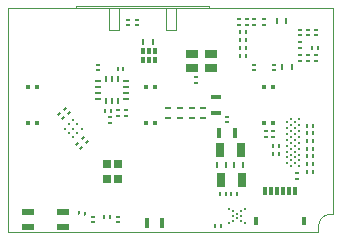
<source format=gbr>
%TF.GenerationSoftware,KiCad,Pcbnew,7.0.10*%
%TF.CreationDate,2024-02-22T14:43:34-08:00*%
%TF.ProjectId,beeper-design,62656570-6572-42d6-9465-7369676e2e6b,rev?*%
%TF.SameCoordinates,Original*%
%TF.FileFunction,Paste,Top*%
%TF.FilePolarity,Positive*%
%FSLAX46Y46*%
G04 Gerber Fmt 4.6, Leading zero omitted, Abs format (unit mm)*
G04 Created by KiCad (PCBNEW 7.0.10) date 2024-02-22 14:43:34*
%MOMM*%
%LPD*%
G01*
G04 APERTURE LIST*
G04 Aperture macros list*
%AMRotRect*
0 Rectangle, with rotation*
0 The origin of the aperture is its center*
0 $1 length*
0 $2 width*
0 $3 Rotation angle, in degrees counterclockwise*
0 Add horizontal line*
21,1,$1,$2,0,0,$3*%
G04 Aperture macros list end*
%ADD10R,0.412132X0.950000*%
%ADD11R,0.330000X0.158310*%
%ADD12R,0.158310X0.330000*%
%ADD13RotRect,0.330000X0.158310X45.000000*%
%ADD14R,0.950000X0.412132*%
%ADD15R,0.300000X0.800000*%
%ADD16R,0.400000X0.800000*%
%ADD17R,0.280278X0.600000*%
%ADD18C,0.250000*%
%ADD19C,0.240000*%
%ADD20R,0.450000X0.450000*%
%ADD21R,0.600000X0.280278*%
%ADD22R,0.500000X0.280000*%
%ADD23R,0.280000X0.500000*%
%ADD24R,0.700000X0.750000*%
%ADD25R,1.000000X0.600000*%
%ADD26R,0.710555X1.300000*%
%ADD27R,0.300000X0.520000*%
%ADD28RotRect,0.330000X0.158310X255.000000*%
%ADD29RotRect,0.330000X0.158310X225.000000*%
%ADD30R,1.000000X0.720000*%
%TA.AperFunction,Profile*%
%ADD31C,0.050000*%
%TD*%
G04 APERTURE END LIST*
D10*
%TO.C,C2*%
X144930904Y-109093453D03*
X143593036Y-109093453D03*
%TD*%
D11*
%TO.C,C10*%
X141613456Y-104852764D03*
X141613456Y-104381074D03*
%TD*%
D12*
%TO.C,C43*%
X135487414Y-103681760D03*
X135015724Y-103681760D03*
%TD*%
D13*
%TO.C,R16*%
X131579079Y-110019127D03*
X131912615Y-110352663D03*
%TD*%
D14*
%TO.C,C1*%
X143301515Y-106064316D03*
X143301515Y-107402184D03*
%TD*%
D11*
%TO.C,R7*%
X147354287Y-99935917D03*
X147354287Y-99464227D03*
%TD*%
D15*
%TO.C,U5*%
X147500000Y-114050000D03*
X148000000Y-114050000D03*
X148500000Y-114050000D03*
X149000000Y-114050000D03*
X149500000Y-114050000D03*
X150000000Y-114050000D03*
D16*
X146750000Y-116550000D03*
X150750000Y-116550000D03*
%TD*%
D17*
%TO.C,C23*%
X149268340Y-99656593D03*
X148448618Y-99656593D03*
%TD*%
D11*
%TO.C,C16*%
X151108026Y-100837884D03*
X151108026Y-100366194D03*
%TD*%
%TO.C,C17*%
X151773372Y-102528252D03*
X151773372Y-102999942D03*
%TD*%
D12*
%TO.C,C37*%
X151519801Y-112391422D03*
X151048111Y-112391422D03*
%TD*%
D11*
%TO.C,C50*%
X132922454Y-116216124D03*
X132922454Y-116687814D03*
%TD*%
D17*
%TO.C,C25*%
X138002346Y-101370126D03*
X137182624Y-101370126D03*
%TD*%
D12*
%TO.C,C27*%
X148146998Y-110879259D03*
X148618688Y-110879259D03*
%TD*%
%TO.C,R5*%
X145865604Y-102593098D03*
X145393914Y-102593098D03*
%TD*%
D11*
%TO.C,R9*%
X135696833Y-107189798D03*
X135696833Y-107661488D03*
%TD*%
D12*
%TO.C,C26*%
X151519801Y-111748167D03*
X151048111Y-111748167D03*
%TD*%
%TO.C,C39*%
X151515723Y-109809374D03*
X151044033Y-109809374D03*
%TD*%
%TO.C,R15*%
X134398339Y-107220038D03*
X133926649Y-107220038D03*
%TD*%
D18*
%TO.C,U2*%
X144404416Y-116737360D03*
X145804416Y-116737360D03*
X144754416Y-116537360D03*
X145454416Y-116537360D03*
X145104416Y-116337360D03*
X144754416Y-116137360D03*
X145454416Y-116137360D03*
X145104416Y-115937360D03*
X144754416Y-115737360D03*
X145454416Y-115737360D03*
X144404416Y-115537360D03*
X145804416Y-115537360D03*
%TD*%
D19*
%TO.C,U12*%
X131946022Y-108739668D03*
X131592468Y-109093221D03*
X131238915Y-109446775D03*
X131592468Y-108386115D03*
X131238915Y-108739668D03*
X130885362Y-109093221D03*
X131238915Y-108032561D03*
X130885362Y-108386115D03*
X130531808Y-108739668D03*
%TD*%
D11*
%TO.C,L1*%
X144252044Y-107742362D03*
X144252044Y-108214052D03*
%TD*%
D20*
%TO.C,U14*%
X127420500Y-108250000D03*
X128179500Y-108250000D03*
X127420500Y-105250000D03*
X128179500Y-105250000D03*
%TD*%
D11*
%TO.C,C36*%
X135843498Y-99535865D03*
X135843498Y-100007555D03*
%TD*%
D21*
%TO.C,C12*%
X142201574Y-107004767D03*
X142201574Y-107824489D03*
%TD*%
D12*
%TO.C,R11*%
X134318982Y-116221026D03*
X133847292Y-116221026D03*
%TD*%
D22*
%TO.C,U9*%
X135676203Y-106220391D03*
X135676203Y-105719391D03*
X135676203Y-105220391D03*
X135676203Y-104719391D03*
D23*
X135001203Y-104544891D03*
X134501203Y-104544891D03*
X134001203Y-104544891D03*
D22*
X133326203Y-104719391D03*
X133326203Y-105220391D03*
X133326203Y-105719391D03*
X133326203Y-106220391D03*
D23*
X134001203Y-106394391D03*
X134501203Y-106394391D03*
X135001203Y-106394791D03*
%TD*%
D11*
%TO.C,C15*%
X151108765Y-102528252D03*
X151108765Y-102999942D03*
%TD*%
%TO.C,C21*%
X150444158Y-101441691D03*
X150444158Y-101913381D03*
%TD*%
D12*
%TO.C,C32*%
X148146998Y-110241780D03*
X148618688Y-110241780D03*
%TD*%
D17*
%TO.C,L2*%
X143366487Y-111818502D03*
X144186209Y-111818502D03*
%TD*%
D12*
%TO.C,R20*%
X145865604Y-101926189D03*
X145393914Y-101926189D03*
%TD*%
D11*
%TO.C,R4*%
X146572832Y-99469576D03*
X146572832Y-99941266D03*
%TD*%
%TO.C,C18*%
X151771895Y-100837884D03*
X151771895Y-100366194D03*
%TD*%
D20*
%TO.C,U16*%
X147420500Y-108250000D03*
X148179500Y-108250000D03*
X147420500Y-105250000D03*
X148179500Y-105250000D03*
%TD*%
D12*
%TO.C,R21*%
X145865604Y-101259280D03*
X145393914Y-101259280D03*
%TD*%
D10*
%TO.C,C3*%
X137443867Y-116709377D03*
X138781735Y-116709377D03*
%TD*%
D11*
%TO.C,R14*%
X135016650Y-107189798D03*
X135016650Y-107661488D03*
%TD*%
%TO.C,C42*%
X133318088Y-103317715D03*
X133318088Y-103789405D03*
%TD*%
D12*
%TO.C,C13*%
X143278472Y-116992882D03*
X143750162Y-116992882D03*
%TD*%
D11*
%TO.C,C14*%
X148207021Y-103798200D03*
X148207021Y-103326510D03*
%TD*%
D24*
%TO.C,XTAL1*%
X134084739Y-111731155D03*
X134085739Y-113031155D03*
X134985739Y-113031155D03*
X134984739Y-111731155D03*
%TD*%
D11*
%TO.C,R18*%
X136608597Y-99540346D03*
X136608597Y-100012036D03*
%TD*%
%TO.C,C19*%
X150444158Y-102528252D03*
X150444158Y-102999942D03*
%TD*%
D12*
%TO.C,C28*%
X151515723Y-108500601D03*
X151044033Y-108500601D03*
%TD*%
%TO.C,R3*%
X145865604Y-100592371D03*
X145393914Y-100592371D03*
%TD*%
D25*
%TO.C,U17*%
X130401127Y-115762070D03*
X127401127Y-115762070D03*
X127401127Y-117062070D03*
X130401127Y-117062070D03*
%TD*%
D12*
%TO.C,C29*%
X151523878Y-111102622D03*
X151052188Y-111102622D03*
%TD*%
D11*
%TO.C,R13*%
X147537573Y-109447071D03*
X147537573Y-108975381D03*
%TD*%
%TO.C,R8*%
X146560594Y-103328558D03*
X146560594Y-103800248D03*
%TD*%
D17*
%TO.C,C11*%
X145628800Y-111798039D03*
X144809078Y-111798039D03*
%TD*%
%TO.C,C24*%
X149725363Y-103556407D03*
X148905641Y-103556407D03*
%TD*%
D11*
%TO.C,C20*%
X150444158Y-100837884D03*
X150444158Y-100366194D03*
%TD*%
D12*
%TO.C,C30*%
X151519801Y-110450801D03*
X151048111Y-110450801D03*
%TD*%
%TO.C,R1*%
X144615208Y-114253566D03*
X145086898Y-114253566D03*
%TD*%
D26*
%TO.C,C6*%
X145510417Y-113119247D03*
X143720973Y-113119247D03*
%TD*%
D18*
%TO.C,U4*%
X150315097Y-107938575D03*
X150315097Y-108438575D03*
X150315097Y-108938575D03*
X150315097Y-109438575D03*
X150315097Y-109938575D03*
X150315097Y-110438575D03*
X150315097Y-110938575D03*
X150315097Y-111438575D03*
X150315097Y-111938575D03*
X149975097Y-108188575D03*
X149975097Y-108688575D03*
X149975097Y-109188575D03*
X149975097Y-109688575D03*
X149975097Y-110188575D03*
X149975097Y-110688575D03*
X149975097Y-111188575D03*
X149975097Y-111688575D03*
X149635097Y-107938575D03*
X149635097Y-108438575D03*
X149635097Y-108938575D03*
X149635097Y-109438575D03*
X149635097Y-109938575D03*
X149635097Y-110438575D03*
X149635097Y-110938575D03*
X149635097Y-111438575D03*
X149635097Y-111938575D03*
X149295097Y-108188575D03*
X149295097Y-108688575D03*
X149295097Y-109188575D03*
X149295097Y-109688575D03*
X149295097Y-110188575D03*
X149295097Y-110688575D03*
X149295097Y-111188575D03*
X149295097Y-111688575D03*
%TD*%
D13*
%TO.C,C48*%
X130048096Y-107545891D03*
X130381632Y-107879427D03*
%TD*%
D11*
%TO.C,R12*%
X148175605Y-109447071D03*
X148175605Y-108975381D03*
%TD*%
%TO.C,R2*%
X145925098Y-99941266D03*
X145925098Y-99469576D03*
%TD*%
D21*
%TO.C,C8*%
X141268060Y-107018251D03*
X141268060Y-107837973D03*
%TD*%
D26*
%TO.C,C4*%
X145435962Y-110530213D03*
X143646518Y-110530213D03*
%TD*%
D11*
%TO.C,R10*%
X134327098Y-107773295D03*
X134327098Y-108244985D03*
%TD*%
D27*
%TO.C,U7*%
X137156635Y-102927286D03*
X137656635Y-102927286D03*
X138156635Y-102927286D03*
X138156635Y-102156286D03*
X137656635Y-102156286D03*
X137156635Y-102156286D03*
%TD*%
D28*
%TO.C,R19*%
X132197629Y-115982220D03*
X131742011Y-115860138D03*
%TD*%
D12*
%TO.C,C5*%
X144133019Y-114248787D03*
X143661329Y-114248787D03*
%TD*%
%TO.C,C31*%
X151515723Y-109154256D03*
X151044033Y-109154256D03*
%TD*%
D11*
%TO.C,R6*%
X145277363Y-99469576D03*
X145277363Y-99941266D03*
%TD*%
%TO.C,C49*%
X135053591Y-116217310D03*
X135053591Y-116689000D03*
%TD*%
D12*
%TO.C,C22*%
X151928724Y-101950659D03*
X151457034Y-101950659D03*
%TD*%
D29*
%TO.C,R17*%
X130847532Y-107413527D03*
X130513996Y-107079991D03*
%TD*%
D11*
%TO.C,C38*%
X150181490Y-112983088D03*
X150181490Y-112511398D03*
%TD*%
D21*
%TO.C,C9*%
X140261103Y-107018251D03*
X140261103Y-107837973D03*
%TD*%
%TO.C,C7*%
X139254147Y-107018251D03*
X139254147Y-107837973D03*
%TD*%
D20*
%TO.C,U15*%
X137420500Y-108250000D03*
X138179500Y-108250000D03*
X137420500Y-105250000D03*
X138179500Y-105250000D03*
%TD*%
D29*
%TO.C,C47*%
X132379626Y-109878333D03*
X132046090Y-109544797D03*
%TD*%
D30*
%TO.C,D1*%
X142897328Y-103637321D03*
X141297328Y-103637321D03*
X141297328Y-102457321D03*
X142897328Y-102457321D03*
%TD*%
D31*
X134301369Y-98513144D02*
X134301369Y-100393144D01*
X139051369Y-100393144D02*
X139901369Y-100393144D01*
X125750000Y-117500000D02*
X125750000Y-98500000D01*
X152000000Y-117000000D02*
X152000000Y-117500000D01*
X139901369Y-98513144D02*
X142701369Y-98513144D01*
X152000000Y-117500000D02*
X125750000Y-117500000D01*
X139051369Y-98513144D02*
X139051369Y-100393144D01*
X139901369Y-100393144D02*
X139901369Y-98513144D01*
X153250000Y-116000000D02*
X153000000Y-116000000D01*
X125750000Y-98500000D02*
X153250000Y-98500000D01*
X134301369Y-100393144D02*
X135151369Y-100393144D01*
X131501369Y-98513144D02*
X134301369Y-98513144D01*
X153250000Y-98500000D02*
X153250000Y-116000000D01*
X135151369Y-100393144D02*
X135151369Y-98513144D01*
X135151369Y-98513144D02*
X139051369Y-98513144D01*
X131501369Y-98363144D02*
X131501369Y-98513144D01*
X142701369Y-98363144D02*
X131501369Y-98363144D01*
X142701369Y-98513144D02*
X142701369Y-98363144D01*
X153000000Y-116000000D02*
G75*
G03*
X152000000Y-117000000I0J-1000000D01*
G01*
M02*

</source>
